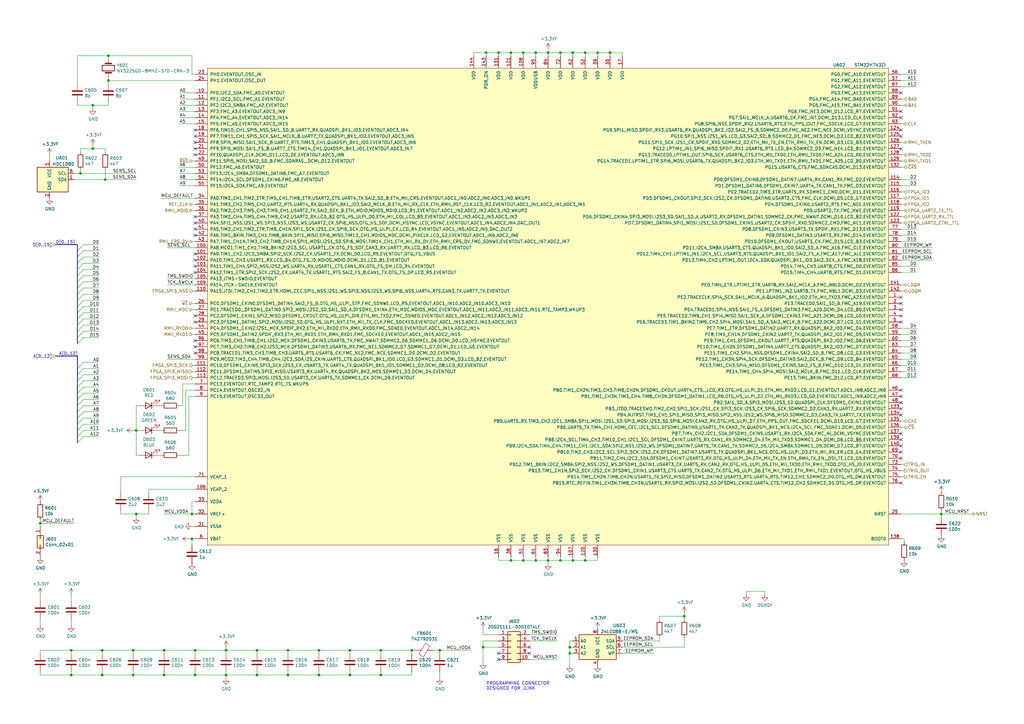
<source format=kicad_sch>
(kicad_sch (version 20230121) (generator eeschema)
  (paper "A3")
  (title_block (title "MCU") (date "2020-03-07") (rev "1.00"))
  (junction (at 92.71 276.86))
  (junction (at 219.71 229.87))
  (junction (at 80.01 276.86))
  (junction (at 156.21 276.86))
  (junction (at 105.41 266.7))
  (junction (at 168.91 266.7))
  (junction (at 199.39 21.59))
  (junction (at 78.74 210.82))
  (junction (at 240.03 229.87))
  (junction (at 33.02 71.12))
  (junction (at 233.68 265.43))
  (junction (at 229.87 21.59))
  (junction (at 240.03 21.59))
  (junction (at 29.21 276.86))
  (junction (at 130.81 276.86))
  (junction (at 41.91 276.86))
  (junction (at 38.1 43.18))
  (junction (at 245.11 21.59))
  (junction (at 41.91 266.7))
  (junction (at 54.61 276.86))
  (junction (at 204.47 21.59))
  (junction (at 219.71 21.59))
  (junction (at 224.79 229.87))
  (junction (at 29.21 266.7))
  (junction (at 143.51 276.86))
  (junction (at 55.88 176.53))
  (junction (at 198.12 265.43))
  (junction (at 118.11 276.86))
  (junction (at 386.08 210.82))
  (junction (at 44.45 33.02))
  (junction (at 214.63 229.87))
  (junction (at 180.34 266.7))
  (junction (at 54.61 266.7))
  (junction (at 229.87 229.87))
  (junction (at 234.95 229.87))
  (junction (at 250.19 21.59))
  (junction (at 78.74 220.98))
  (junction (at 209.55 21.59))
  (junction (at 130.81 266.7))
  (junction (at 224.79 21.59))
  (junction (at 118.11 266.7))
  (junction (at 143.51 266.7))
  (junction (at 16.51 214.63))
  (junction (at 38.1 60.96))
  (junction (at 67.31 266.7))
  (junction (at 280.67 252.73))
  (junction (at 105.41 276.86))
  (junction (at 233.68 267.97))
  (junction (at 209.55 229.87))
  (junction (at 43.18 73.66))
  (junction (at 80.01 266.7))
  (junction (at 92.71 266.7))
  (junction (at 44.45 22.86))
  (junction (at 55.88 210.82))
  (junction (at 214.63 21.59))
  (junction (at 234.95 21.59))
  (junction (at 67.31 276.86))
  (junction (at 156.21 266.7))
  (no_connect (at 80.01 58.42))
  (no_connect (at 369.57 198.12))
  (no_connect (at 217.17 265.43))
  (no_connect (at 80.01 144.78))
  (no_connect (at 369.57 187.96))
  (no_connect (at 369.57 160.02))
  (no_connect (at 80.01 55.88))
  (no_connect (at 80.01 111.76))
  (no_connect (at 80.01 53.34))
  (no_connect (at 217.17 267.97))
  (no_connect (at 80.01 132.08))
  (no_connect (at 80.01 104.14))
  (no_connect (at 369.57 132.08))
  (no_connect (at 369.57 124.46))
  (no_connect (at 369.57 55.88))
  (no_connect (at 80.01 142.24))
  (no_connect (at 80.01 109.22))
  (no_connect (at 369.57 180.34))
  (no_connect (at 369.57 53.34))
  (no_connect (at 80.01 91.44))
  (no_connect (at 369.57 165.1))
  (no_connect (at 80.01 106.68))
  (no_connect (at 369.57 38.1))
  (no_connect (at 369.57 48.26))
  (no_connect (at 204.47 270.51))
  (no_connect (at 80.01 60.96))
  (no_connect (at 204.47 267.97))
  (no_connect (at 369.57 127))
  (no_connect (at 369.57 121.92))
  (no_connect (at 80.01 88.9))
  (no_connect (at 369.57 182.88))
  (no_connect (at 369.57 185.42))
  (no_connect (at 80.01 139.7))
  (no_connect (at 369.57 170.18))
  (no_connect (at 80.01 93.98))
  (no_connect (at 80.01 63.5))
  (no_connect (at 80.01 129.54))
  (no_connect (at 80.01 96.52))
  (no_connect (at 369.57 45.72))
  (no_connect (at 369.57 167.64))
  (no_connect (at 369.57 129.54))
  (no_connect (at 369.57 162.56))
  (no_connect (at 369.57 177.8))
  (no_connect (at 369.57 60.96))
  (bus_entry (at 34.29 130.81) (size -2.54 2.54))
  (bus_entry (at 34.29 118.11) (size -2.54 2.54))
  (bus_entry (at 34.29 161.29) (size -2.54 2.54))
  (bus_entry (at 34.29 102.87) (size -2.54 2.54))
  (bus_entry (at 34.29 179.07) (size -2.54 2.54))
  (bus_entry (at 34.29 120.65) (size -2.54 2.54))
  (bus_entry (at 34.29 100.33) (size -2.54 2.54))
  (bus_entry (at 34.29 153.67) (size -2.54 2.54))
  (bus_entry (at 34.29 107.95) (size -2.54 2.54))
  (bus_entry (at 34.29 110.49) (size -2.54 2.54))
  (bus_entry (at 34.29 151.13) (size -2.54 2.54))
  (bus_entry (at 34.29 163.83) (size -2.54 2.54))
  (bus_entry (at 34.29 171.45) (size -2.54 2.54))
  (bus_entry (at 34.29 166.37) (size -2.54 2.54))
  (bus_entry (at 34.29 168.91) (size -2.54 2.54))
  (bus_entry (at 34.29 156.21) (size -2.54 2.54))
  (bus_entry (at 34.29 115.57) (size -2.54 2.54))
  (bus_entry (at 34.29 158.75) (size -2.54 2.54))
  (bus_entry (at 34.29 176.53) (size -2.54 2.54))
  (bus_entry (at 34.29 173.99) (size -2.54 2.54))
  (bus_entry (at 34.29 148.59) (size -2.54 2.54))
  (bus_entry (at 34.29 133.35) (size -2.54 2.54))
  (bus_entry (at 34.29 125.73) (size -2.54 2.54))
  (bus_entry (at 34.29 135.89) (size -2.54 2.54))
  (bus_entry (at 34.29 105.41) (size -2.54 2.54))
  (bus_entry (at 34.29 123.19) (size -2.54 2.54))
  (bus_entry (at 34.29 138.43) (size -2.54 2.54))
  (bus_entry (at 34.29 128.27) (size -2.54 2.54))
  (bus_entry (at 34.29 113.03) (size -2.54 2.54))
  (wire (pts (xy 67.31 275.59) (xy 67.31 276.86)))
  (wire (pts (xy 204.47 229.87) (xy 209.55 229.87)))
  (wire (pts (xy 224.79 229.87) (xy 229.87 229.87)))
  (wire (pts (xy 33.02 71.12) (xy 55.88 71.12)))
  (wire (pts (xy 370.84 43.18) (xy 369.57 43.18)))
  (wire (pts (xy 156.21 266.7) (xy 156.21 267.97)))
  (wire (pts (xy 156.21 276.86) (xy 168.91 276.86)))
  (wire (pts (xy 33.02 60.96) (xy 38.1 60.96)))
  (wire (pts (xy 245.11 21.59) (xy 250.19 21.59)))
  (bus (pts (xy 31.75 100.33) (xy 22.86 100.33)))
  (bus (pts (xy 31.75 158.75) (xy 31.75 161.29)))
  (wire (pts (xy 229.87 229.87) (xy 234.95 229.87)))
  (wire (pts (xy 168.91 266.7) (xy 170.18 266.7)))
  (wire (pts (xy 40.64 113.03) (xy 34.29 113.03)))
  (wire (pts (xy 105.41 275.59) (xy 105.41 276.86)))
  (bus (pts (xy 31.75 179.07) (xy 31.75 181.61)))
  (wire (pts (xy 209.55 229.87) (xy 214.63 229.87)))
  (wire (pts (xy 375.92 93.98) (xy 369.57 93.98)))
  (wire (pts (xy 369.57 91.44) (xy 370.84 91.44)))
  (bus (pts (xy 31.75 171.45) (xy 31.75 173.99)))
  (wire (pts (xy 40.64 118.11) (xy 34.29 118.11)))
  (wire (pts (xy 369.57 68.58) (xy 370.84 68.58)))
  (wire (pts (xy 67.31 267.97) (xy 67.31 266.7)))
  (wire (pts (xy 143.51 266.7) (xy 156.21 266.7)))
  (wire (pts (xy 240.03 21.59) (xy 245.11 21.59)))
  (wire (pts (xy 55.88 176.53) (xy 57.15 176.53)))
  (wire (pts (xy 80.01 154.94) (xy 78.74 154.94)))
  (wire (pts (xy 78.74 22.86) (xy 78.74 30.48)))
  (wire (pts (xy 29.21 275.59) (xy 29.21 276.86)))
  (bus (pts (xy 31.75 138.43) (xy 31.75 140.97)))
  (wire (pts (xy 386.08 210.82) (xy 386.08 212.09)))
  (bus (pts (xy 31.75 156.21) (xy 31.75 158.75)))
  (bus (pts (xy 31.75 163.83) (xy 31.75 166.37)))
  (wire (pts (xy 198.12 257.81) (xy 198.12 260.35)))
  (wire (pts (xy 370.84 190.5) (xy 369.57 190.5)))
  (wire (pts (xy 41.91 275.59) (xy 41.91 276.86)))
  (bus (pts (xy 31.75 166.37) (xy 31.75 168.91)))
  (wire (pts (xy 229.87 22.86) (xy 229.87 21.59)))
  (bus (pts (xy 31.75 151.13) (xy 31.75 153.67)))
  (wire (pts (xy 143.51 276.86) (xy 156.21 276.86)))
  (wire (pts (xy 54.61 267.97) (xy 54.61 266.7)))
  (wire (pts (xy 130.81 276.86) (xy 143.51 276.86)))
  (bus (pts (xy 31.75 133.35) (xy 31.75 135.89)))
  (wire (pts (xy 118.11 275.59) (xy 118.11 276.86)))
  (wire (pts (xy 78.74 66.04) (xy 80.01 66.04)))
  (bus (pts (xy 31.75 161.29) (xy 31.75 163.83)))
  (wire (pts (xy 31.75 22.86) (xy 31.75 34.29)))
  (bus (pts (xy 31.75 105.41) (xy 31.75 107.95)))
  (bus (pts (xy 31.75 176.53) (xy 31.75 179.07)))
  (wire (pts (xy 233.68 265.43) (xy 233.68 267.97)))
  (wire (pts (xy 199.39 21.59) (xy 204.47 21.59)))
  (bus (pts (xy 31.75 115.57) (xy 31.75 118.11)))
  (wire (pts (xy 73.66 73.66) (xy 80.01 73.66)))
  (wire (pts (xy 57.15 186.69) (xy 55.88 186.69)))
  (wire (pts (xy 64.77 176.53) (xy 66.04 176.53)))
  (wire (pts (xy 40.64 148.59) (xy 34.29 148.59)))
  (wire (pts (xy 38.1 60.96) (xy 43.18 60.96)))
  (wire (pts (xy 375.92 30.48) (xy 369.57 30.48)))
  (wire (pts (xy 270.51 254) (xy 270.51 252.73)))
  (wire (pts (xy 375.92 137.16) (xy 369.57 137.16)))
  (wire (pts (xy 80.01 267.97) (xy 80.01 266.7)))
  (wire (pts (xy 73.66 38.1) (xy 80.01 38.1)))
  (wire (pts (xy 67.31 210.82) (xy 78.74 210.82)))
  (bus (pts (xy 31.75 120.65) (xy 31.75 123.19)))
  (wire (pts (xy 233.68 273.05) (xy 233.68 267.97)))
  (wire (pts (xy 78.74 220.98) (xy 80.01 220.98)))
  (wire (pts (xy 74.93 166.37) (xy 74.93 157.48)))
  (wire (pts (xy 370.84 86.36) (xy 369.57 86.36)))
  (wire (pts (xy 40.64 135.89) (xy 34.29 135.89)))
  (wire (pts (xy 77.47 220.98) (xy 78.74 220.98)))
  (bus (pts (xy 31.75 125.73) (xy 31.75 128.27)))
  (wire (pts (xy 313.69 242.57) (xy 306.07 242.57)))
  (bus (pts (xy 31.75 100.33) (xy 31.75 102.87)))
  (wire (pts (xy 49.53 195.58) (xy 80.01 195.58)))
  (wire (pts (xy 80.01 86.36) (xy 78.74 86.36)))
  (wire (pts (xy 369.57 119.38) (xy 370.84 119.38)))
  (wire (pts (xy 29.21 256.54) (xy 29.21 254)))
  (wire (pts (xy 78.74 30.48) (xy 80.01 30.48)))
  (wire (pts (xy 92.71 266.7) (xy 105.41 266.7)))
  (wire (pts (xy 280.67 265.43) (xy 280.67 261.62)))
  (wire (pts (xy 375.92 96.52) (xy 369.57 96.52)))
  (wire (pts (xy 40.64 128.27) (xy 34.29 128.27)))
  (wire (pts (xy 80.01 116.84) (xy 68.58 116.84)))
  (wire (pts (xy 76.2 176.53) (xy 76.2 160.02)))
  (wire (pts (xy 80.01 275.59) (xy 80.01 276.86)))
  (wire (pts (xy 40.64 161.29) (xy 34.29 161.29)))
  (wire (pts (xy 375.92 73.66) (xy 369.57 73.66)))
  (wire (pts (xy 105.41 276.86) (xy 118.11 276.86)))
  (wire (pts (xy 214.63 21.59) (xy 219.71 21.59)))
  (wire (pts (xy 38.1 44.45) (xy 38.1 43.18)))
  (wire (pts (xy 44.45 34.29) (xy 44.45 33.02)))
  (wire (pts (xy 156.21 276.86) (xy 156.21 275.59)))
  (wire (pts (xy 198.12 262.89) (xy 204.47 262.89)))
  (wire (pts (xy 38.1 43.18) (xy 44.45 43.18)))
  (wire (pts (xy 73.66 76.2) (xy 80.01 76.2)))
  (wire (pts (xy 375.92 152.4) (xy 369.57 152.4)))
  (wire (pts (xy 245.11 22.86) (xy 245.11 21.59)))
  (wire (pts (xy 386.08 209.55) (xy 386.08 210.82)))
  (wire (pts (xy 44.45 43.18) (xy 44.45 41.91)))
  (wire (pts (xy 55.88 176.53) (xy 55.88 166.37)))
  (wire (pts (xy 370.84 222.25) (xy 370.84 220.98)))
  (wire (pts (xy 224.79 228.6) (xy 224.79 229.87)))
  (wire (pts (xy 55.88 210.82) (xy 60.96 210.82)))
  (wire (pts (xy 217.17 270.51) (xy 228.6 270.51)))
  (wire (pts (xy 198.12 265.43) (xy 198.12 262.89)))
  (wire (pts (xy 44.45 24.13) (xy 44.45 22.86)))
  (wire (pts (xy 80.01 134.62) (xy 78.74 134.62)))
  (wire (pts (xy 78.74 124.46) (xy 80.01 124.46)))
  (wire (pts (xy 78.74 215.9) (xy 80.01 215.9)))
  (wire (pts (xy 40.64 151.13) (xy 34.29 151.13)))
  (wire (pts (xy 73.66 176.53) (xy 76.2 176.53)))
  (wire (pts (xy 40.64 102.87) (xy 34.29 102.87)))
  (wire (pts (xy 370.84 78.74) (xy 369.57 78.74)))
  (wire (pts (xy 270.51 252.73) (xy 280.67 252.73)))
  (wire (pts (xy 40.64 110.49) (xy 34.29 110.49)))
  (wire (pts (xy 40.64 156.21) (xy 34.29 156.21)))
  (wire (pts (xy 64.77 166.37) (xy 66.04 166.37)))
  (wire (pts (xy 40.64 130.81) (xy 34.29 130.81)))
  (wire (pts (xy 80.01 276.86) (xy 92.71 276.86)))
  (wire (pts (xy 16.51 267.97) (xy 16.51 266.7)))
  (wire (pts (xy 209.55 22.86) (xy 209.55 21.59)))
  (wire (pts (xy 198.12 260.35) (xy 204.47 260.35)))
  (bus (pts (xy 31.75 135.89) (xy 31.75 138.43)))
  (wire (pts (xy 73.66 166.37) (xy 74.93 166.37)))
  (wire (pts (xy 40.64 115.57) (xy 34.29 115.57)))
  (wire (pts (xy 41.91 276.86) (xy 54.61 276.86)))
  (wire (pts (xy 40.64 163.83) (xy 34.29 163.83)))
  (bus (pts (xy 31.75 113.03) (xy 31.75 115.57)))
  (wire (pts (xy 118.11 267.97) (xy 118.11 266.7)))
  (wire (pts (xy 54.61 276.86) (xy 67.31 276.86)))
  (wire (pts (xy 375.92 139.7) (xy 369.57 139.7)))
  (wire (pts (xy 219.71 22.86) (xy 219.71 21.59)))
  (wire (pts (xy 33.02 71.12) (xy 33.02 69.85)))
  (wire (pts (xy 92.71 276.86) (xy 105.41 276.86)))
  (wire (pts (xy 78.74 210.82) (xy 78.74 205.74)))
  (wire (pts (xy 16.51 266.7) (xy 29.21 266.7)))
  (wire (pts (xy 31.75 41.91) (xy 31.75 43.18)))
  (wire (pts (xy 369.57 66.04) (xy 370.84 66.04)))
  (wire (pts (xy 40.64 176.53) (xy 34.29 176.53)))
  (wire (pts (xy 40.64 133.35) (xy 34.29 133.35)))
  (wire (pts (xy 255.27 267.97) (xy 267.97 267.97)))
  (wire (pts (xy 105.41 267.97) (xy 105.41 266.7)))
  (wire (pts (xy 229.87 21.59) (xy 234.95 21.59)))
  (wire (pts (xy 194.31 22.86) (xy 194.31 21.59)))
  (bus (pts (xy 31.75 110.49) (xy 31.75 113.03)))
  (wire (pts (xy 369.57 109.22) (xy 375.92 109.22)))
  (wire (pts (xy 49.53 195.58) (xy 49.53 201.93)))
  (wire (pts (xy 214.63 229.87) (xy 219.71 229.87)))
  (wire (pts (xy 55.88 166.37) (xy 57.15 166.37)))
  (wire (pts (xy 77.47 186.69) (xy 77.47 162.56)))
  (wire (pts (xy 73.66 48.26) (xy 80.01 48.26)))
  (wire (pts (xy 233.68 262.89) (xy 233.68 265.43)))
  (wire (pts (xy 168.91 276.86) (xy 168.91 275.59)))
  (wire (pts (xy 204.47 22.86) (xy 204.47 21.59)))
  (wire (pts (xy 76.2 160.02) (xy 80.01 160.02)))
  (wire (pts (xy 370.84 63.5) (xy 369.57 63.5)))
  (wire (pts (xy 199.39 22.86) (xy 199.39 21.59)))
  (wire (pts (xy 375.92 144.78) (xy 369.57 144.78)))
  (wire (pts (xy 80.01 114.3) (xy 68.58 114.3)))
  (wire (pts (xy 29.21 267.97) (xy 29.21 266.7)))
  (wire (pts (xy 40.64 120.65) (xy 34.29 120.65)))
  (wire (pts (xy 29.21 246.38) (xy 29.21 243.84)))
  (wire (pts (xy 73.66 45.72) (xy 80.01 45.72)))
  (wire (pts (xy 44.45 22.86) (xy 31.75 22.86)))
  (wire (pts (xy 313.69 243.84) (xy 313.69 242.57)))
  (wire (pts (xy 234.95 21.59) (xy 240.03 21.59)))
  (wire (pts (xy 60.96 210.82) (xy 60.96 209.55)))
  (wire (pts (xy 80.01 200.66) (xy 60.96 200.66)))
  (wire (pts (xy 240.03 228.6) (xy 240.03 229.87)))
  (wire (pts (xy 219.71 229.87) (xy 224.79 229.87)))
  (wire (pts (xy 44.45 33.02) (xy 80.01 33.02)))
  (wire (pts (xy 80.01 152.4) (xy 78.74 152.4)))
  (wire (pts (xy 40.64 105.41) (xy 34.29 105.41)))
  (wire (pts (xy 168.91 266.7) (xy 156.21 266.7)))
  (wire (pts (xy 180.34 266.7) (xy 193.04 266.7)))
  (wire (pts (xy 198.12 271.78) (xy 198.12 265.43)))
  (wire (pts (xy 369.57 83.82) (xy 370.84 83.82)))
  (wire (pts (xy 40.64 168.91) (xy 34.29 168.91)))
  (wire (pts (xy 43.18 73.66) (xy 43.18 69.85)))
  (wire (pts (xy 130.81 266.7) (xy 143.51 266.7)))
  (wire (pts (xy 240.03 229.87) (xy 245.11 229.87)))
  (wire (pts (xy 55.88 186.69) (xy 55.88 176.53)))
  (wire (pts (xy 270.51 262.89) (xy 270.51 261.62)))
  (wire (pts (xy 38.1 59.69) (xy 38.1 60.96)))
  (wire (pts (xy 78.74 205.74) (xy 80.01 205.74)))
  (wire (pts (xy 29.21 276.86) (xy 41.91 276.86)))
  (wire (pts (xy 369.57 116.84) (xy 370.84 116.84)))
  (wire (pts (xy 80.01 101.6) (xy 68.58 101.6)))
  (bus (pts (xy 31.75 146.05) (xy 31.75 151.13)))
  (wire (pts (xy 73.66 43.18) (xy 80.01 43.18)))
  (wire (pts (xy 105.41 266.7) (xy 118.11 266.7)))
  (wire (pts (xy 16.51 214.63) (xy 16.51 213.36)))
  (wire (pts (xy 233.68 267.97) (xy 234.95 267.97)))
  (wire (pts (xy 16.51 276.86) (xy 29.21 276.86)))
  (wire (pts (xy 41.91 267.97) (xy 41.91 266.7)))
  (wire (pts (xy 16.51 215.9) (xy 16.51 214.63)))
  (wire (pts (xy 92.71 275.59) (xy 92.71 276.86)))
  (wire (pts (xy 67.31 276.86) (xy 80.01 276.86)))
  (wire (pts (xy 369.57 88.9) (xy 370.84 88.9)))
  (wire (pts (xy 375.92 147.32) (xy 369.57 147.32)))
  (wire (pts (xy 240.03 22.86) (xy 240.03 21.59)))
  (wire (pts (xy 370.84 172.72) (xy 369.57 172.72)))
  (wire (pts (xy 306.07 242.57) (xy 306.07 243.84)))
  (wire (pts (xy 41.91 266.7) (xy 54.61 266.7)))
  (wire (pts (xy 214.63 22.86) (xy 214.63 21.59)))
  (wire (pts (xy 80.01 81.28) (xy 66.04 81.28)))
  (wire (pts (xy 250.19 22.86) (xy 250.19 21.59)))
  (wire (pts (xy 73.66 186.69) (xy 77.47 186.69)))
  (wire (pts (xy 73.66 50.8) (xy 80.01 50.8)))
  (bus (pts (xy 31.75 128.27) (xy 31.75 130.81)))
  (wire (pts (xy 234.95 262.89) (xy 233.68 262.89)))
  (bus (pts (xy 31.75 153.67) (xy 31.75 156.21)))
  (wire (pts (xy 49.53 209.55) (xy 49.53 210.82)))
  (wire (pts (xy 67.31 266.7) (xy 80.01 266.7)))
  (wire (pts (xy 250.19 21.59) (xy 255.27 21.59)))
  (wire (pts (xy 369.57 104.14) (xy 382.27 104.14)))
  (wire (pts (xy 255.27 265.43) (xy 280.67 265.43)))
  (wire (pts (xy 77.47 162.56) (xy 80.01 162.56)))
  (wire (pts (xy 130.81 275.59) (xy 130.81 276.86)))
  (wire (pts (xy 224.79 229.87) (xy 224.79 231.14)))
  (wire (pts (xy 224.79 22.86) (xy 224.79 21.59)))
  (wire (pts (xy 73.66 68.58) (xy 80.01 68.58)))
  (wire (pts (xy 92.71 267.97) (xy 92.71 266.7)))
  (wire (pts (xy 30.48 71.12) (xy 33.02 71.12)))
  (wire (pts (xy 40.64 138.43) (xy 34.29 138.43)))
  (wire (pts (xy 40.64 100.33) (xy 34.29 100.33)))
  (wire (pts (xy 80.01 149.86) (xy 78.74 149.86)))
  (wire (pts (xy 44.45 22.86) (xy 78.74 22.86)))
  (wire (pts (xy 80.01 147.32) (xy 68.58 147.32)))
  (wire (pts (xy 375.92 35.56) (xy 369.57 35.56)))
  (wire (pts (xy 20.32 63.5) (xy 20.32 66.04)))
  (bus (pts (xy 31.75 146.05) (xy 22.86 146.05)))
  (wire (pts (xy 168.91 267.97) (xy 168.91 266.7)))
  (wire (pts (xy 369.57 101.6) (xy 382.27 101.6)))
  (wire (pts (xy 40.64 125.73) (xy 34.29 125.73)))
  (wire (pts (xy 40.64 153.67) (xy 34.29 153.67)))
  (wire (pts (xy 80.01 266.7) (xy 92.71 266.7)))
  (wire (pts (xy 16.51 256.54) (xy 16.51 254)))
  (bus (pts (xy 31.75 102.87) (xy 31.75 105.41)))
  (wire (pts (xy 280.67 251.46) (xy 280.67 252.73)))
  (wire (pts (xy 209.55 21.59) (xy 214.63 21.59)))
  (wire (pts (xy 209.55 228.6) (xy 209.55 229.87)))
  (wire (pts (xy 118.11 276.86) (xy 130.81 276.86)))
  (wire (pts (xy 369.57 58.42) (xy 370.84 58.42)))
  (wire (pts (xy 80.01 210.82) (xy 78.74 210.82)))
  (wire (pts (xy 370.84 193.04) (xy 369.57 193.04)))
  (wire (pts (xy 369.57 195.58) (xy 370.84 195.58)))
  (wire (pts (xy 234.95 22.86) (xy 234.95 21.59)))
  (wire (pts (xy 55.88 212.09) (xy 55.88 210.82)))
  (wire (pts (xy 43.18 60.96) (xy 43.18 62.23)))
  (wire (pts (xy 40.64 123.19) (xy 34.29 123.19)))
  (wire (pts (xy 234.95 228.6) (xy 234.95 229.87)))
  (wire (pts (xy 204.47 228.6) (xy 204.47 229.87)))
  (bus (pts (xy 31.75 168.91) (xy 31.75 171.45)))
  (wire (pts (xy 80.01 83.82) (xy 78.74 83.82)))
  (bus (pts (xy 31.75 130.81) (xy 31.75 133.35)))
  (bus (pts (xy 31.75 123.19) (xy 31.75 125.73)))
  (wire (pts (xy 194.31 21.59) (xy 199.39 21.59)))
  (wire (pts (xy 217.17 260.35) (xy 228.6 260.35)))
  (wire (pts (xy 80.01 127) (xy 78.74 127)))
  (wire (pts (xy 16.51 275.59) (xy 16.51 276.86)))
  (wire (pts (xy 92.71 266.7) (xy 92.71 265.43)))
  (wire (pts (xy 234.95 229.87) (xy 240.03 229.87)))
  (wire (pts (xy 43.18 73.66) (xy 55.88 73.66)))
  (wire (pts (xy 219.71 21.59) (xy 224.79 21.59)))
  (wire (pts (xy 398.78 210.82) (xy 386.08 210.82)))
  (wire (pts (xy 60.96 200.66) (xy 60.96 201.93)))
  (bus (pts (xy 31.75 118.11) (xy 31.75 120.65)))
  (wire (pts (xy 370.84 175.26) (xy 369.57 175.26)))
  (wire (pts (xy 54.61 275.59) (xy 54.61 276.86)))
  (wire (pts (xy 369.57 210.82) (xy 386.08 210.82)))
  (wire (pts (xy 16.51 214.63) (xy 30.48 214.63)))
  (wire (pts (xy 40.64 166.37) (xy 34.29 166.37)))
  (wire (pts (xy 204.47 265.43) (xy 198.12 265.43)))
  (wire (pts (xy 375.92 154.94) (xy 369.57 154.94)))
  (wire (pts (xy 80.01 99.06) (xy 78.74 99.06)))
  (wire (pts (xy 33.02 62.23) (xy 33.02 60.96)))
  (wire (pts (xy 375.92 134.62) (xy 369.57 134.62)))
  (wire (pts (xy 40.64 173.99) (xy 34.29 173.99)))
  (wire (pts (xy 66.04 186.69) (xy 64.77 186.69)))
  (wire (pts (xy 214.63 228.6) (xy 214.63 229.87)))
  (wire (pts (xy 375.92 76.2) (xy 369.57 76.2)))
  (wire (pts (xy 54.61 176.53) (xy 55.88 176.53)))
  (wire (pts (xy 369.57 111.76) (xy 375.92 111.76)))
  (wire (pts (xy 40.64 171.45) (xy 34.29 171.45)))
  (wire (pts (xy 143.51 267.97) (xy 143.51 266.7)))
  (wire (pts (xy 375.92 99.06) (xy 369.57 99.06)))
  (wire (pts (xy 255.27 262.89) (xy 270.51 262.89)))
  (wire (pts (xy 30.48 73.66) (xy 43.18 73.66)))
  (wire (pts (xy 143.51 275.59) (xy 143.51 276.86)))
  (wire (pts (xy 204.47 21.59) (xy 209.55 21.59)))
  (bus (pts (xy 31.75 173.99) (xy 31.75 176.53)))
  (wire (pts (xy 80.01 119.38) (xy 78.74 119.38)))
  (wire (pts (xy 54.61 266.7) (xy 67.31 266.7)))
  (wire (pts (xy 180.34 266.7) (xy 177.8 266.7)))
  (wire (pts (xy 255.27 21.59) (xy 255.27 22.86)))
  (wire (pts (xy 31.75 43.18) (xy 38.1 43.18)))
  (wire (pts (xy 73.66 71.12) (xy 80.01 71.12)))
  (wire (pts (xy 224.79 20.32) (xy 224.79 21.59)))
  (wire (pts (xy 375.92 149.86) (xy 369.57 149.86)))
  (wire (pts (xy 224.79 21.59) (xy 229.87 21.59)))
  (wire (pts (xy 370.84 220.98) (xy 369.57 220.98)))
  (wire (pts (xy 29.21 266.7) (xy 41.91 266.7)))
  (wire (pts (xy 217.17 262.89) (xy 228.6 262.89)))
  (wire (pts (xy 234.95 265.43) (xy 233.68 265.43)))
  (wire (pts (xy 219.71 228.6) (xy 219.71 229.87)))
  (wire (pts (xy 16.51 246.38) (xy 16.51 243.84)))
  (wire (pts (xy 180.34 278.13) (xy 180.34 275.59)))
  (wire (pts (xy 49.53 210.82) (xy 55.88 210.82)))
  (wire (pts (xy 44.45 33.02) (xy 44.45 31.75)))
  (wire (pts (xy 369.57 106.68) (xy 382.27 106.68)))
  (wire (pts (xy 245.11 229.87) (xy 245.11 228.6)))
  (wire (pts (xy 180.34 266.7) (xy 180.34 267.97)))
  (wire (pts (xy 80.01 137.16) (xy 78.74 137.16)))
  (wire (pts (xy 375.92 33.02) (xy 369.57 33.02)))
  (wire (pts (xy 92.71 278.13) (xy 92.71 276.86)))
  (bus (pts (xy 31.75 107.95) (xy 31.75 110.49)))
  (wire (pts (xy 40.64 179.07) (xy 34.29 179.07)))
  (wire (pts (xy 375.92 142.24) (xy 369.57 142.24)))
  (wire (pts (xy 73.66 40.64) (xy 80.01 40.64)))
  (wire (pts (xy 40.64 158.75) (xy 34.29 158.75)))
  (wire (pts (xy 130.81 267.97) (xy 130.81 266.7)))
  (wire (pts (xy 74.93 157.48) (xy 80.01 157.48)))
  (wire (pts (xy 280.67 252.73) (xy 280.67 254)))
  (wire (pts (xy 78.74 223.52) (xy 78.74 220.98)))
  (wire (pts (xy 229.87 228.6) (xy 229.87 229.87)))
  (wire (pts (xy 370.84 40.64) (xy 369.57 40.64)))
  (wire (pts (xy 369.57 50.8) (xy 370.84 50.8)))
  (wire (pts (xy 369.57 81.28) (xy 370.84 81.28)))
  (wire (pts (xy 40.64 107.95) (xy 34.29 107.95)))
  (wire (pts (xy 118.11 266.7) (xy 130.81 266.7)))
  (text "PROGRAMMING CONNECTOR\nDESIGNED FOR JLINK" (at 199.39 283.21 0) (effects (font (size 1.27 1.27)) (justify left bottom)))
  (label "SENS_SCL" (at 68.58 101.6 0))
  (label "SENS_SDA" (at 68.58 147.32 0))
  (label "EEPROM_WP" (at 382.27 101.6 180))
  (label "D9" (at 375.92 147.32 180))
  (label "A5" (at 73.66 50.8 0))
  (label "MCU_DEFAULT" (at 30.48 214.63 180))
  (label "A9" (at 73.66 76.2 0))
  (label "D0" (at 40.64 100.33 180))
  (label "A6" (at 40.64 163.83 180))
  (label "D11" (at 375.92 152.4 180))
  (label "A6" (at 73.66 68.58 0))
  (label "D13" (at 375.92 93.98 180))
  (label "D7" (at 40.64 118.11 180))
  (label "SENS_SCL" (at 55.88 71.12 180))
  (label "A11" (at 40.64 176.53 180))
  (label "EEPROM_SCL" (at 382.27 104.14 180))
  (label "EEPROM_SDA" (at 267.97 262.89 180))
  (label "D10" (at 40.64 125.73 180))
  (label "MCU_NRST" (at 228.6 270.51 180))
  (label "A11" (at 375.92 33.02 180))
  (label "D15" (at 40.64 138.43 180))
  (label "D5" (at 40.64 113.03 180))
  (label "D6" (at 375.92 139.7 180))
  (label "D10" (at 375.92 149.86 180))
  (label "D7" (at 375.92 142.24 180))
  (label "D12" (at 375.92 154.94 180))
  (label "MCU_NRST" (at 397.51 210.82 180))
  (label "D8" (at 40.64 120.65 180))
  (label "MCU_VDDA" (at 193.04 266.7 180))
  (label "A3" (at 40.64 156.21 180))
  (label "MCU_DEFAULT" (at 66.04 81.28 0))
  (label "A9" (at 40.64 171.45 180))
  (label "D3" (at 40.64 107.95 180))
  (label "A4" (at 40.64 158.75 180))
  (label "D12" (at 40.64 130.81 180))
  (label "A12" (at 40.64 179.07 180))
  (label "TMS_SWDIO" (at 228.6 260.35 180))
  (label "A4" (at 73.66 48.26 0))
  (label "A3" (at 73.66 45.72 0))
  (label "D3" (at 375.92 76.2 180))
  (label "EEPROM_SCL" (at 267.97 265.43 180))
  (label "D14" (at 40.64 135.89 180))
  (label "A0" (at 73.66 38.1 0))
  (label "D4" (at 375.92 134.62 180))
  (label "D11" (at 40.64 128.27 180))
  (label "D15" (at 375.92 99.06 180))
  (label "EEPROM_WP" (at 267.97 267.97 180))
  (label "A8" (at 73.66 73.66 0))
  (label "A8" (at 40.64 168.91 180))
  (label "D2" (at 375.92 73.66 180))
  (label "D[0..15]" (at 22.86 100.33 0))
  (label "D9" (at 40.64 123.19 180))
  (label "EEPROM_SDA" (at 382.27 106.68 180))
  (label "A7" (at 40.64 166.37 180))
  (label "A[0..12]" (at 24.13 146.05 0))
  (label "A12" (at 375.92 35.56 180))
  (label "D6" (at 40.64 115.57 180))
  (label "D1" (at 40.64 102.87 180))
  (label "D5" (at 375.92 137.16 180))
  (label "A0" (at 40.64 148.59 180))
  (label "D13" (at 40.64 133.35 180))
  (label "MCU_VDDA" (at 67.31 210.82 0))
  (label "A10" (at 40.64 173.99 180))
  (label "TMS_SWDIO" (at 68.58 114.3 0))
  (label "A2" (at 40.64 153.67 180))
  (label "A10" (at 375.92 30.48 180))
  (label "A5" (at 40.64 161.29 180))
  (label "A1" (at 73.66 40.64 0))
  (label "A2" (at 73.66 43.18 0))
  (label "D4" (at 40.64 110.49 180))
  (label "D1" (at 375.92 111.76 180))
  (label "D0" (at 375.92 109.22 180))
  (label "D14" (at 375.92 96.52 180))
  (label "A7" (at 73.66 71.12 0))
  (label "SENS_SDA" (at 55.88 73.66 180))
  (label "D8" (at 375.92 144.78 180))
  (label "TCK_SWCLK" (at 228.6 262.89 180))
  (label "A1" (at 40.64 151.13 180))
  (label "TCK_SWCLK" (at 68.58 116.84 0))
  (label "D2" (at 40.64 105.41 180))
  (hierarchical_label "TRIG_OUT" (shape output) (at 370.84 193.04 0))
  (hierarchical_label "CLK" (shape bidirectional) (at 370.84 50.8 0))
  (hierarchical_label "FPGA_IO2" (shape bidirectional) (at 370.84 83.82 0))
  (hierarchical_label "FPGA_SPI3_MISO" (shape input) (at 78.74 152.4 180))
  (hierarchical_label "FPGA_IO3" (shape bidirectional) (at 370.84 78.74 0))
  (hierarchical_label "FPGA_UART2_RX_TTL" (shape bidirectional) (at 370.84 88.9 0))
  (hierarchical_label "FPGA_UART2_CTRL_TTL" (shape bidirectional) (at 370.84 91.44 0))
  (hierarchical_label "~{RAS}" (shape bidirectional) (at 78.74 66.04 180))
  (hierarchical_label "TRIG_IN" (shape input) (at 370.84 190.5 0))
  (hierarchical_label "NRST" (shape bidirectional) (at 398.78 210.82 0))
  (hierarchical_label "RMII_CRS_DV" (shape bidirectional) (at 78.74 99.06 180))
  (hierarchical_label "RMII_RXD0" (shape bidirectional) (at 78.74 134.62 180))
  (hierarchical_label "BA1" (shape bidirectional) (at 370.84 43.18 0))
  (hierarchical_label "RMII_TXEN" (shape bidirectional) (at 370.84 58.42 0))
  (hierarchical_label "RMII_RXD1" (shape bidirectional) (at 78.74 137.16 180))
  (hierarchical_label "A[0..12]" (shape bidirectional) (at 22.86 146.05 180))
  (hierarchical_label "~{WE}" (shape bidirectional) (at 78.74 124.46 180))
  (hierarchical_label "FPGA_SPI3_MOSI" (shape output) (at 78.74 154.94 180))
  (hierarchical_label "RMII_MDC" (shape bidirectional) (at 78.74 127 180))
  (hierarchical_label "FPGA_UART2_TX_TTL" (shape bidirectional) (at 370.84 86.36 0))
  (hierarchical_label "CKE" (shape bidirectional) (at 370.84 172.72 0))
  (hierarchical_label "LDQM" (shape bidirectional) (at 370.84 116.84 0))
  (hierarchical_label "FPGA_SPI3_SCK" (shape output) (at 78.74 149.86 180))
  (hierarchical_label "D[0..15]" (shape bidirectional) (at 22.86 100.33 180))
  (hierarchical_label "BA0" (shape bidirectional) (at 370.84 40.64 0))
  (hierarchical_label "REF_CLK" (shape bidirectional) (at 78.74 83.82 180))
  (hierarchical_label "RMII_TXD1" (shape bidirectional) (at 370.84 66.04 0))
  (hierarchical_label "FPGA_IO1" (shape bidirectional) (at 370.84 81.28 0))
  (hierarchical_label "FPGA_SPI3_NSS" (shape output) (at 78.74 119.38 180))
  (hierarchical_label "~{CAS}" (shape bidirectional) (at 370.84 68.58 0))
  (hierarchical_label "UDQM" (shape bidirectional) (at 370.84 119.38 0))
  (hierarchical_label "~{CS}" (shape bidirectional) (at 370.84 175.26 0))
  (hierarchical_label "RMII_MDIO" (shape bidirectional) (at 78.74 86.36 180))
  (hierarchical_label "TRIG_EN" (shape output) (at 370.84 195.58 0))
  (hierarchical_label "RMII_TXD0" (shape bidirectional) (at 370.84 63.5 0))
  (symbol (lib_id "Connector_Generic:Conn_02x05_Odd_Even") (at 209.55 265.43 0) (unit 1)
    (property "Reference" "J602" (at 210.82 254.8382 0))
    (property "Value" "20021111-00010T4LF" (at 210.82 257.1496 0))
    (property "Footprint" "Connector_PinHeader_1.27mm:PinHeader_2x05_P1.27mm_Vertical" (effects hide))
  )
  (symbol (lib_id "power:GND") (at 224.79 231.14 0) (unit 1)
    (property "Reference" "#PWR0622" (effects hide))
    (property "Value" "GND" (at 224.917 235.5342 0))
  )
  (symbol (lib_id "power:GND") (at 198.12 271.78 0) (unit 1)
    (property "Reference" "#PWR0620" (effects hide))
    (property "Value" "GND" (at 198.247 276.1742 0))
  )
  (symbol (lib_id "Device:R") (at 370.84 226.06 0) (unit 1)
    (property "Reference" "R609" (at 372.618 224.8916 0) (effects (justify left)))
    (property "Value" "10k" (at 372.618 227.203 0) (effects (justify left)))
    (property "Footprint" "Resistor_SMD:R_0603_1608Metric_Pad0.98x0.95mm_HandSolder" (effects hide))
  )
  (symbol (lib_id "Device:R") (at 386.08 205.74 0) (unit 1)
    (property "Reference" "R610" (at 387.858 204.5716 0) (effects (justify left)))
    (property "Value" "10k" (at 387.858 206.883 0) (effects (justify left)))
    (property "Footprint" "Resistor_SMD:R_0603_1608Metric_Pad0.98x0.95mm_HandSolder" (effects hide))
  )
  (symbol (lib_id "Device:C") (at 386.08 215.9 0) (unit 1)
    (property "Reference" "C622" (at 389.001 214.7316 0) (effects (justify left)))
    (property "Value" "100n" (at 389.001 217.043 0) (effects (justify left)))
    (property "Footprint" "Capacitor_SMD:C_0603_1608Metric_Pad1.05x0.95mm_HandSolder" (effects hide))
  )
  (symbol (lib_id "power:GND") (at 386.08 219.71 0) (unit 1)
    (property "Reference" "#PWR0631" (effects hide))
    (property "Value" "GND" (at 386.207 224.1042 0))
  )
  (symbol (lib_id "power:GND") (at 370.84 229.87 0) (unit 1)
    (property "Reference" "#PWR0629" (effects hide))
    (property "Value" "GND" (at 370.967 234.2642 0))
  )
  (symbol (lib_id "power:GND") (at 78.74 215.9 270) (unit 1)
    (property "Reference" "#PWR0614" (effects hide))
    (property "Value" "GND" (at 75.4888 216.027 90) (effects (justify right)))
  )
  (symbol (lib_id "Device:C") (at 78.74 227.33 0) (unit 1)
    (property "Reference" "C612" (at 81.661 226.1616 0) (effects (justify left)))
    (property "Value" "1u" (at 81.661 228.473 0) (effects (justify left)))
    (property "Footprint" "Capacitor_SMD:C_0603_1608Metric_Pad1.05x0.95mm_HandSolder" (effects hide))
  )
  (symbol (lib_id "power:GND") (at 78.74 231.14 0) (unit 1)
    (property "Reference" "#PWR0615" (effects hide))
    (property "Value" "GND" (at 78.867 235.5342 0))
  )
  (symbol (lib_id "Device:C") (at 16.51 271.78 0) (unit 1)
    (property "Reference" "C602" (at 19.431 270.6116 0) (effects (justify left)))
    (property "Value" "100n" (at 19.431 272.923 0) (effects (justify left)))
    (property "Footprint" "Capacitor_SMD:C_0603_1608Metric_Pad1.05x0.95mm_HandSolder" (effects hide))
  )
  (symbol (lib_id "Device:C") (at 29.21 271.78 0) (unit 1)
    (property "Reference" "C604" (at 32.131 270.6116 0) (effects (justify left)))
    (property "Value" "100n" (at 32.131 272.923 0) (effects (justify left)))
    (property "Footprint" "Capacitor_SMD:C_0603_1608Metric_Pad1.05x0.95mm_HandSolder" (effects hide))
  )
  (symbol (lib_id "Device:C") (at 41.91 271.78 0) (unit 1)
    (property "Reference" "C606" (at 44.831 270.6116 0) (effects (justify left)))
    (property "Value" "100n" (at 44.831 272.923 0) (effects (justify left)))
    (property "Footprint" "Capacitor_SMD:C_0603_1608Metric_Pad1.05x0.95mm_HandSolder" (effects hide))
  )
  (symbol (lib_id "Device:C") (at 54.61 271.78 0) (unit 1)
    (property "Reference" "C609" (at 57.531 270.6116 0) (effects (justify left)))
    (property "Value" "100n" (at 57.531 272.923 0) (effects (justify left)))
    (property "Footprint" "Capacitor_SMD:C_0603_1608Metric_Pad1.05x0.95mm_HandSolder" (effects hide))
  )
  (symbol (lib_id "Device:C") (at 67.31 271.78 0) (unit 1)
    (property "Reference" "C611" (at 70.231 270.6116 0) (effects (justify left)))
    (property "Value" "100n" (at 70.231 272.923 0) (effects (justify left)))
    (property "Footprint" "Capacitor_SMD:C_0603_1608Metric_Pad1.05x0.95mm_HandSolder" (effects hide))
  )
  (symbol (lib_id "Device:C") (at 80.01 271.78 0) (unit 1)
    (property "Reference" "C613" (at 82.931 270.6116 0) (effects (justify left)))
    (property "Value" "100n" (at 82.931 272.923 0) (effects (justify left)))
    (property "Footprint" "Capacitor_SMD:C_0603_1608Metric_Pad1.05x0.95mm_HandSolder" (effects hide))
  )
  (symbol (lib_id "Device:C") (at 92.71 271.78 0) (unit 1)
    (property "Reference" "C614" (at 95.631 270.6116 0) (effects (justify left)))
    (property "Value" "100n" (at 95.631 272.923 0) (effects (justify left)))
    (property "Footprint" "Capacitor_SMD:C_0603_1608Metric_Pad1.05x0.95mm_HandSolder" (effects hide))
  )
  (symbol (lib_id "Device:C") (at 105.41 271.78 0) (unit 1)
    (property "Reference" "C615" (at 108.331 270.6116 0) (effects (justify left)))
    (property "Value" "100n" (at 108.331 272.923 0) (effects (justify left)))
    (property "Footprint" "Capacitor_SMD:C_0603_1608Metric_Pad1.05x0.95mm_HandSolder" (effects hide))
  )
  (symbol (lib_id "Device:C") (at 118.11 271.78 0) (unit 1)
    (property "Reference" "C616" (at 121.031 270.6116 0) (effects (justify left)))
    (property "Value" "100n" (at 121.031 272.923 0) (effects (justify left)))
    (property "Footprint" "Capacitor_SMD:C_0603_1608Metric_Pad1.05x0.95mm_HandSolder" (effects hide))
  )
  (symbol (lib_id "Device:C") (at 130.81 271.78 0) (unit 1)
    (property "Reference" "C617" (at 133.731 270.6116 0) (effects (justify left)))
    (property "Value" "100n" (at 133.731 272.923 0) (effects (justify left)))
    (property "Footprint" "Capacitor_SMD:C_0603_1608Metric_Pad1.05x0.95mm_HandSolder" (effects hide))
  )
  (symbol (lib_id "Device:C") (at 143.51 271.78 0) (unit 1)
    (property "Reference" "C618" (at 146.431 270.6116 0) (effects (justify left)))
    (property "Value" "100n" (at 146.431 272.923 0) (effects (justify left)))
    (property "Footprint" "Capacitor_SMD:C_0603_1608Metric_Pad1.05x0.95mm_HandSolder" (effects hide))
  )
  (symbol (lib_id "Device:C") (at 156.21 271.78 0) (unit 1)
    (property "Reference" "C619" (at 159.131 270.6116 0) (effects (justify left)))
    (property "Value" "100n" (at 159.131 272.923 0) (effects (justify left)))
    (property "Footprint" "Capacitor_SMD:C_0603_1608Metric_Pad1.05x0.95mm_HandSolder" (effects hide))
  )
  (symbol (lib_id "power:GND") (at 92.71 278.13 0) (unit 1)
    (property "Reference" "#PWR0617" (effects hide))
    (property "Value" "GND" (at 92.837 282.5242 0))
  )
  (symbol (lib_id "ETH1CDMM2-rescue:Ferrite_Bead-Device") (at 173.99 266.7 270) (unit 1)
    (property "Reference" "FB601" (at 173.99 259.7404 90))
    (property "Value" "742792031" (at 173.99 262.0518 90))
    (property "Footprint" "Inductor_SMD:L_0805_2012Metric_Pad1.15x1.40mm_HandSolder" (effects hide))
  )
  (symbol (lib_id "Device:C") (at 180.34 271.78 0) (unit 1)
    (property "Reference" "C621" (at 183.261 270.6116 0) (effects (justify left)))
    (property "Value" "1u" (at 183.261 272.923 0) (effects (justify left)))
    (property "Footprint" "Capacitor_SMD:C_0603_1608Metric_Pad1.05x0.95mm_HandSolder" (effects hide))
  )
  (symbol (lib_id "power:GND") (at 180.34 278.13 0) (unit 1)
    (property "Reference" "#PWR0618" (effects hide))
    (property "Value" "GND" (at 180.467 282.5242 0))
  )
  (symbol (lib_id "Connector_Generic:Conn_02x01") (at 16.51 220.98 270) (unit 1)
    (property "Reference" "J601" (at 18.542 221.0816 90) (effects (justify left)))
    (property "Value" "Conn_02x01" (at 18.542 223.393 90) (effects (justify left)))
    (property "Footprint" "Connector_PinHeader_2.54mm:PinHeader_1x02_P2.54mm_Vertical" (effects hide))
  )
  (symbol (lib_id "power:GND") (at 16.51 228.6 0) (unit 1)
    (property "Reference" "#PWR0602" (effects hide))
    (property "Value" "GND" (at 16.637 232.9942 0))
  )
  (symbol (lib_id "Device:R") (at 16.51 209.55 180) (unit 1)
    (property "Reference" "R601" (at 18.288 208.3816 0) (effects (justify right)))
    (property "Value" "10k" (at 18.288 210.693 0) (effects (justify right)))
    (property "Footprint" "Resistor_SMD:R_0603_1608Metric_Pad0.98x0.95mm_HandSolder" (effects hide))
  )
  (symbol (lib_id "Device:C") (at 60.96 205.74 0) (unit 1)
    (property "Reference" "C610" (at 63.881 204.5716 0) (effects (justify left)))
    (property "Value" "2u2" (at 63.881 206.883 0) (effects (justify left)))
    (property "Footprint" "Capacitor_SMD:C_0805_2012Metric_Pad1.15x1.40mm_HandSolder" (effects hide))
  )
  (symbol (lib_id "Device:C") (at 49.53 205.74 0) (unit 1)
    (property "Reference" "C608" (at 52.451 204.5716 0) (effects (justify left)))
    (property "Value" "2u2" (at 52.451 206.883 0) (effects (justify left)))
    (property "Footprint" "Capacitor_SMD:C_0805_2012Metric_Pad1.15x1.40mm_HandSolder" (effects hide))
  )
  (symbol (lib_id "power:GND") (at 55.88 212.09 0) (unit 1)
    (property "Reference" "#PWR0612" (effects hide))
    (property "Value" "GND" (at 56.007 216.4842 0))
  )
  (symbol (lib_id "Device:Crystal") (at 44.45 27.94 270) (unit 1)
    (property "Reference" "Y601" (at 47.7774 26.7716 90) (effects (justify left)))
    (property "Value" "NX3225GD-8MHZ-STD-CRA-3" (at 47.7774 29.083 90) (effects (justify left)))
    (property "Footprint" "ETH1CDMM2:NX3225GD" (effects hide))
  )
  (symbol (lib_id "Device:C") (at 44.45 38.1 0) (unit 1)
    (property "Reference" "C607" (at 47.371 36.9316 0) (effects (justify left)))
    (property "Value" "8p" (at 47.371 39.243 0) (effects (justify left)))
    (property "Footprint" "Capacitor_SMD:C_0603_1608Metric_Pad1.05x0.95mm_HandSolder" (effects hide))
  )
  (symbol (lib_id "Device:C") (at 31.75 38.1 0) (unit 1)
    (property "Reference" "C605" (at 34.671 36.9316 0) (effects (justify left)))
    (property "Value" "8p" (at 34.671 39.243 0) (effects (justify left)))
    (property "Footprint" "Capacitor_SMD:C_0603_1608Metric_Pad1.05x0.95mm_HandSolder" (effects hide))
  )
  (symbol (lib_id "power:GND") (at 38.1 44.45 0) (unit 1)
    (property "Reference" "#PWR0609" (effects hide))
    (property "Value" "GND" (at 38.227 48.8442 0))
  )
  (symbol (lib_id "Device:C") (at 168.91 271.78 0) (unit 1)
    (property "Reference" "C620" (at 171.831 270.6116 0) (effects (justify left)))
    (property "Value" "100n" (at 171.831 272.923 0) (effects (justify left)))
    (property "Footprint" "Capacitor_SMD:C_0603_1608Metric_Pad1.05x0.95mm_HandSolder" (effects hide))
  )
  (symbol (lib_id "Memory_EEPROM:24LC08") (at 245.11 265.43 0) (unit 1)
    (property "Reference" "U603" (at 254 256.54 0))
    (property "Value" "24LC08B-E/MS" (at 254 259.08 0))
    (property "Footprint" "Package_SO:MSOP-8_3x3mm_P0.65mm" (effects hide))
    (property "Datasheet" "http://ww1.microchip.com/downloads/en/DeviceDoc/21710J.pdf" (effects hide))
  )
  (symbol (lib_id "power:GND") (at 245.11 273.05 0) (unit 1)
    (property "Reference" "#PWR0625" (effects hide))
    (property "Value" "GND" (at 245.237 277.4442 0))
  )
  (symbol (lib_id "power:GND") (at 233.68 273.05 0) (unit 1)
    (property "Reference" "#PWR0623" (effects hide))
    (property "Value" "GND" (at 233.807 277.4442 0))
  )
  (symbol (lib_id "Device:R") (at 270.51 257.81 0) (unit 1)
    (property "Reference" "R607" (at 272.288 256.6416 0) (effects (justify left)))
    (property "Value" "4k7" (at 272.288 258.953 0) (effects (justify left)))
    (property "Footprint" "Resistor_SMD:R_0603_1608Metric_Pad0.98x0.95mm_HandSolder" (effects hide))
  )
  (symbol (lib_id "Device:R") (at 280.67 257.81 0) (unit 1)
    (property "Reference" "R608" (at 282.448 256.6416 0) (effects (justify left)))
    (property "Value" "4k7" (at 282.448 258.953 0) (effects (justify left)))
    (property "Footprint" "Resistor_SMD:R_0603_1608Metric_Pad0.98x0.95mm_HandSolder" (effects hide))
  )
  (symbol (lib_id "Device:C") (at 16.51 250.19 0) (unit 1)
    (property "Reference" "C601" (at 19.431 249.0216 0) (effects (justify left)))
    (property "Value" "100n" (at 19.431 251.333 0) (effects (justify left)))
    (property "Footprint" "Capacitor_SMD:C_0603_1608Metric_Pad1.05x0.95mm_HandSolder" (effects hide))
  )
  (symbol (lib_id "power:GND") (at 16.51 256.54 0) (unit 1)
    (property "Reference" "#PWR0604" (effects hide))
    (property "Value" "GND" (at 16.637 260.9342 0))
  )
  (symbol (lib_id "Device:R") (at 33.02 66.04 0) (unit 1)
    (property "Reference" "R602" (at 34.798 64.8716 0) (effects (justify left)))
    (property "Value" "4k7" (at 34.798 67.183 0) (effects (justify left)))
    (property "Footprint" "Resistor_SMD:R_0603_1608Metric_Pad0.98x0.95mm_HandSolder" (effects hide))
  )
  (symbol (lib_id "Device:R") (at 43.18 66.04 0) (unit 1)
    (property "Reference" "R603" (at 44.958 64.8716 0) (effects (justify left)))
    (property "Value" "4k7" (at 44.958 67.183 0) (effects (justify left)))
    (property "Footprint" "Resistor_SMD:R_0603_1608Metric_Pad0.98x0.95mm_HandSolder" (effects hide))
  )
  (symbol (lib_id "ETH1CDMM2:+3.3VF") (at 224.79 20.32 0) (unit 1)
    (property "Reference" "#PWR0621" (effects hide))
    (property "Value" "+3.3VF" (at 225.171 15.9258 0))
  )
  (symbol (lib_id "ETH1CDMM2:+3.3VF") (at 20.32 63.5 0) (unit 1)
    (property "Reference" "#PWR0605" (effects hide))
    (property "Value" "+3.3VF" (at 20.701 59.1058 0))
  )
  (symbol (lib_id "ETH1CDMM2:+3.3VF") (at 38.1 59.69 0) (unit 1)
    (property "Reference" "#PWR0610" (effects hide))
    (property "Value" "+3.3VF" (at 38.481 55.2958 0))
  )
  (symbol (lib_id "ETH1CDMM2:+3.3VF") (at 16.51 243.84 0) (unit 1)
    (property "Reference" "#PWR0603" (effects hide))
    (property "Value" "+3.3VF" (at 16.891 239.4458 0))
  )
  (symbol (lib_id "ETH1CDMM2:+3.3VF") (at 29.21 243.84 0) (unit 1)
    (property "Reference" "#PWR0607" (effects hide))
    (property "Value" "+3.3VF" (at 29.591 239.4458 0))
  )
  (symbol (lib_id "ETH1CDMM2:+3.3VF") (at 92.71 265.43 0) (unit 1)
    (property "Reference" "#PWR0616" (effects hide))
    (property "Value" "+3.3VF" (at 93.091 261.0358 0))
  )
  (symbol (lib_id "ETH1CDMM2:+3.3VF") (at 16.51 205.74 0) (unit 1)
    (property "Reference" "#PWR0601" (effects hide))
    (property "Value" "+3.3VF" (at 16.891 201.3458 0))
  )
  (symbol (lib_id "ETH1CDMM2:+3.3VF") (at 198.12 257.81 0) (unit 1)
    (property "Reference" "#PWR0619" (effects hide))
    (property "Value" "+3.3VF" (at 198.501 253.4158 0))
  )
  (symbol (lib_id "ETH1CDMM2:+3.3VF") (at 245.11 257.81 0) (unit 1)
    (property "Reference" "#PWR0624" (effects hide))
    (property "Value" "+3.3VF" (at 245.491 253.4158 0))
  )
  (symbol (lib_id "ETH1CDMM2:+3.3VF") (at 280.67 251.46 0) (unit 1)
    (property "Reference" "#PWR0626" (effects hide))
    (property "Value" "+3.3VF" (at 281.051 247.0658 0))
  )
  (symbol (lib_id "ETH1CDMM2:+3.3VF") (at 386.08 201.93 0) (unit 1)
    (property "Reference" "#PWR0630" (effects hide))
    (property "Value" "+3.3VF" (at 386.461 197.5358 0))
  )
  (symbol (lib_id "ETH1CDMM2:+3.3VF") (at 77.47 220.98 90) (unit 1)
    (property "Reference" "#PWR0613" (effects hide))
    (property "Value" "+3.3VF" (at 73.66 220.98 90) (effects (justify left)))
  )
  (symbol (lib_id "ETH1CDMM2:+3.3VF") (at 54.61 176.53 90) (unit 1)
    (property "Reference" "#PWR0611" (effects hide))
    (property "Value" "+3.3VF" (at 50.8 176.53 90) (effects (justify left)))
  )
  (symbol (lib_id "Device:R") (at 69.85 166.37 270) (unit 1)
    (property "Reference" "R604" (at 69.85 161.1122 90))
    (property "Value" "680" (at 69.85 163.4236 90))
    (property "Footprint" "Resistor_SMD:R_0603_1608Metric_Pad0.98x0.95mm_HandSolder" (effects hide))
  )
  (symbol (lib_id "Device:R") (at 69.85 176.53 270) (unit 1)
    (property "Reference" "R605" (at 69.85 171.2722 90))
    (property "Value" "560" (at 69.85 173.5836 90))
    (property "Footprint" "Resistor_SMD:R_0603_1608Metric_Pad0.98x0.95mm_HandSolder" (effects hide))
  )
  (symbol (lib_id "Device:R") (at 69.85 186.69 270) (unit 1)
    (property "Reference" "R606" (at 69.85 181.4322 90))
    (property "Value" "680" (at 69.85 183.7436 90))
    (property "Footprint" "Resistor_SMD:R_0603_1608Metric_Pad0.98x0.95mm_HandSolder" (effects hide))
  )
  (symbol (lib_id "Device:LED") (at 60.96 166.37 180) (unit 1)
    (property "Reference" "D601" (at 61.1378 159.893 0))
    (property "Value" "RED" (at 61.1378 162.2044 0))
    (property "Footprint" "LED_SMD:LED_0603_1608Metric_Pad1.05x0.95mm_HandSolder" (effects hide))
  )
  (symbol (lib_id "Device:LED") (at 60.96 176.53 180) (unit 1)
    (property "Reference" "D602" (at 61.1378 170.053 0))
    (property "Value" "GREEN" (at 61.1378 172.3644 0))
    (property "Footprint" "LED_SMD:LED_0603_1608Metric_Pad1.05x0.95mm_HandSolder" (effects hide))
  )
  (symbol (lib_id "Device:LED") (at 60.96 186.69 180) (unit 1)
    (property "Reference" "D603" (at 61.1378 180.213 0))
    (property "Value" "BLUE" (at 61.1378 182.5244 0))
    (property "Footprint" "LED_SMD:LED_0603_1608Metric_Pad1.05x0.95mm_HandSolder" (effects hide))
  )
  (symbol (lib_id "Sensor_Humidity:HDC1080") (at 22.86 73.66 0) (unit 1)
    (property "Reference" "U601" (at 27.94 64.77 0) (effects (justify right)))
    (property "Value" "HDC1080" (at 30.48 67.31 0) (effects (justify right)))
    (property "Footprint" "Package_SON:Texas_PWSON-N6" (effects hide))
    (property "Datasheet" "http://www.ti.com/lit/ds/symlink/hdc1080.pdf" (effects hide))
  )
  (symbol (lib_id "power:GND") (at 20.32 81.28 0) (unit 1)
    (property "Reference" "#PWR0606" (effects hide))
    (property "Value" "GND" (at 20.447 85.6742 0))
  )
  (symbol (lib_id "Device:C") (at 29.21 250.19 0) (unit 1)
    (property "Reference" "C603" (at 32.131 249.0216 0) (effects (justify left)))
    (property "Value" "100n" (at 32.131 251.333 0) (effects (justify left)))
    (property "Footprint" "Capacitor_SMD:C_0603_1608Metric_Pad1.05x0.95mm_HandSolder" (effects hide))
  )
  (symbol (lib_id "power:GND") (at 29.21 256.54 0) (unit 1)
    (property "Reference" "#PWR0608" (effects hide))
    (property "Value" "GND" (at 29.337 260.9342 0))
  )
  (symbol (lib_id "power:GND") (at 306.07 243.84 0) (unit 1)
    (property "Reference" "#PWR0627" (effects hide))
    (property "Value" "GND" (at 306.197 248.2342 0))
  )
  (symbol (lib_id "ETH1CDMM2:DGNDF") (at 313.69 243.84 0) (unit 1)
    (property "Reference" "#PWR0628" (effects hide))
    (property "Value" "DGNDF" (at 313.817 248.2342 0))
  )
  (symbol (lib_id "ETH1CDMM2:STM32H743ZI") (at 224.79 125.73 0) (unit 1)
    (property "Reference" "U602" (at 344.17 26.67 0))
    (property "Value" "STM32H743ZI" (at 356.87 26.67 0))
    (property "Footprint" "ETH1CDMM2:TQFP-144_20x20mm_P0.5mm" (effects hide))
  )
)
</source>
